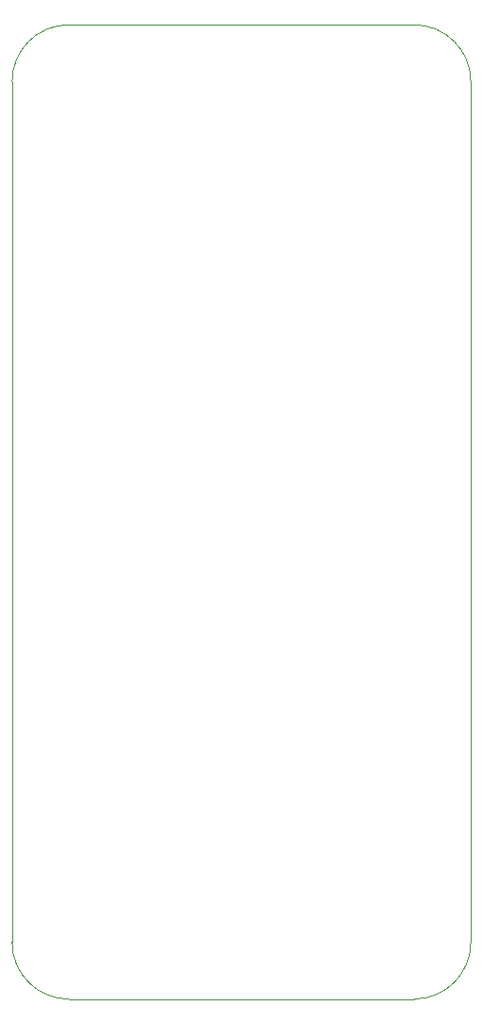
<source format=gbr>
%TF.GenerationSoftware,KiCad,Pcbnew,(6.0.8)*%
%TF.CreationDate,2023-02-12T14:01:58-05:00*%
%TF.ProjectId,PBoard PCB,50426f61-7264-4205-9043-422e6b696361,rev?*%
%TF.SameCoordinates,Original*%
%TF.FileFunction,Profile,NP*%
%FSLAX46Y46*%
G04 Gerber Fmt 4.6, Leading zero omitted, Abs format (unit mm)*
G04 Created by KiCad (PCBNEW (6.0.8)) date 2023-02-12 14:01:58*
%MOMM*%
%LPD*%
G01*
G04 APERTURE LIST*
%TA.AperFunction,Profile*%
%ADD10C,0.100000*%
%TD*%
G04 APERTURE END LIST*
D10*
X103632000Y-135588000D02*
G75*
G03*
X108712000Y-130508000I0J5080000D01*
G01*
X108712000Y-53508000D02*
G75*
G03*
X103632000Y-48428000I-5080000J0D01*
G01*
X67616000Y-130508000D02*
G75*
G03*
X72696000Y-135588000I5080000J0D01*
G01*
X108712000Y-130508000D02*
X108712000Y-53508000D01*
X67616000Y-53508000D02*
X67616000Y-130508000D01*
X72696000Y-48428000D02*
X103632000Y-48428000D01*
X103632000Y-135588000D02*
X72696000Y-135588000D01*
X72696000Y-48428000D02*
G75*
G03*
X67616000Y-53508000I0J-5080000D01*
G01*
M02*

</source>
